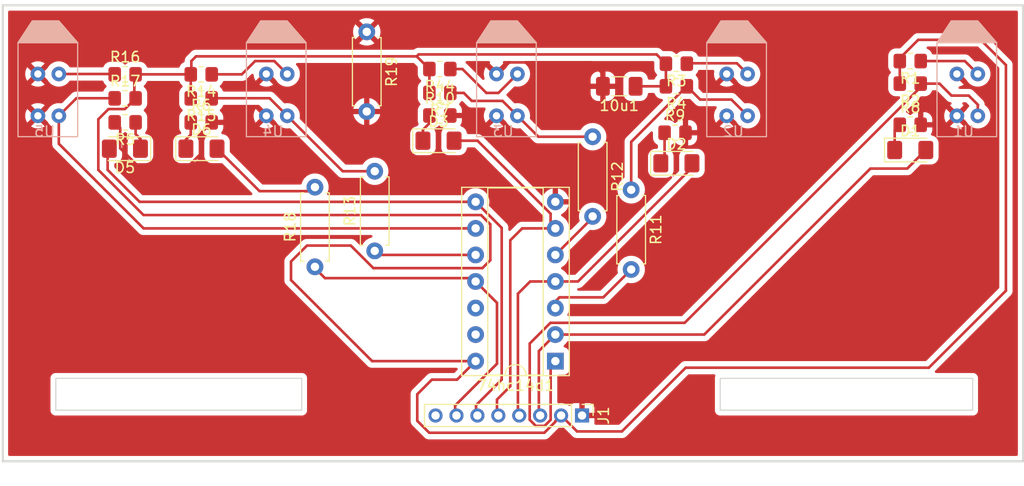
<source format=kicad_pcb>
(kicad_pcb (version 20211014) (generator pcbnew)
  (layers (0 "F.Cu" signal) (31 "B.Cu" signal) (34 "B.Paste" user) (35 "F.Paste" user) (36 "B.SilkS" user "B.Silkscreen") (37 "F.SilkS" user "F.Silkscreen") (38 "B.Mask" user) (39 "F.Mask" user) (44 "Edge.Cuts" user))
  (net 0 "")
  (net 1 "Net-(R1-Pad1)")
  (net 2 "GND")
  (net 3 "Net-(74hc14d1-Pad1)")
  (net 4 "Net-(R3-Pad1)")
  (net 5 "Net-(74hc14d1-Pad3)")
  (net 6 "Net-(74hc14d1-Pad5)")
  (net 7 "Net-(R14-Pad1)")
  (net 8 "Net-(R16-Pad1)")
  (net 9 "Net-(R4-Pad1)")
  (net 11 "VCC")
  (net 12 "Net-(D5-Pad1)")
  (net 13 "Net-(D1-Pad1)")
  (net 14 "Net-(D2-Pad1)")
  (net 15 "Net-(D3-Pad1)")
  (net 17 "Net-(D6-Pad1)")
  (net 18 "/pin8")
  (net 19 "Net-(74hc14d1-Pad2)")
  (net 20 "Net-(74hc14d1-Pad4)")
  (net 21 "Net-(74hc14d1-Pad6)")
  (net 22 "Net-(74hc14d1-Pad8)")
  (net 23 "Net-(R7-Pad1)")
  (net 24 "Net-(R44-Pad1)")
  (net 26 "Net-(R15-Pad1)")
  (net 27 "Net-(R17-Pad1)")
  (net 28 "Net-(74hc14d1-Pad10)")
  (net 29 "Net-(74hc14d1-Pad11)")
  (footprint "Resistor_SMD:R_0805_2012Metric_Pad1.20x1.40mm_HandSolder" (layer "F.Cu") (at 192.405 80.264 180)
    (fp_text reference "R1" (at 0 -1.65) (layer "F.SilkS"))
    (fp_text value "221")
    (fp_line (start -0.227064 0.735) (end 0.227064 0.735) (layer "F.SilkS") (width 0.12))
    (fp_line (start -0.227064 -0.735) (end 0.227064 -0.735) (layer "F.SilkS") (width 0.12))
    (pad "1" smd roundrect (at -1 0 180) (size 1.2 1.4) (layers "F.Cu" "F.Paste" "F.Mask") (roundrect_rratio 0.208333) (net 1 "Net-(R1-Pad1)"))
    (pad "2" smd roundrect (at 1 0 180) (size 1.2 1.4) (layers "F.Cu" "F.Paste" "F.Mask") (roundrect_rratio 0.208333) (net 11 "VCC"))
  )
  (footprint "Resistor_THT:R_Axial_DIN0207_L6.3mm_D2.5mm_P7.62mm_Horizontal" (layer "F.Cu") (at 162.052 87.503 -90)
    (fp_text reference "R12" (at 3.81 -2.37 90) (layer "F.SilkS"))
    (fp_text value "0")
    (fp_line (start 0.54 -1.04) (end 0.54 -1.37) (layer "F.SilkS") (width 0.12))
    (fp_line (start 0.54 -1.37) (end 7.08 -1.37) (layer "F.SilkS") (width 0.12))
    (fp_line (start 7.08 -1.37) (end 7.08 -1.04) (layer "F.SilkS") (width 0.12))
    (fp_line (start 0.54 1.37) (end 7.08 1.37) (layer "F.SilkS") (width 0.12))
    (fp_line (start 0.54 1.04) (end 0.54 1.37) (layer "F.SilkS") (width 0.12))
    (fp_line (start 7.08 1.37) (end 7.08 1.04) (layer "F.SilkS") (width 0.12))
    (pad "1" thru_hole circle (at 0 0 270) (size 1.6 1.6) (drill 0.8) (layers *.Cu *.Mask) (net 23 "Net-(R7-Pad1)"))
    (pad "2" thru_hole oval (at 7.62 0 270) (size 1.6 1.6) (drill 0.8) (layers *.Cu *.Mask) (net 6 "Net-(74hc14d1-Pad5)"))
  )
  (footprint "LED_SMD:LED_1206_3216Metric_Pad1.42x1.75mm_HandSolder" (layer "F.Cu") (at 147.32 87.884)
    (fp_text reference "D3" (at 0 -1.82) (layer "F.SilkS"))
    (fp_text value "LED")
    (fp_line (start 1.6 -1.135) (end -2.46 -1.135) (layer "F.SilkS") (width 0.12))
    (fp_line (start -2.46 1.135) (end 1.6 1.135) (layer "F.SilkS") (width 0.12))
    (fp_line (start -2.46 -1.135) (end -2.46 1.135) (layer "F.SilkS") (width 0.12))
    (pad "1" smd roundrect (at -1.4875 0) (size 1.425 1.75) (layers "F.Cu" "F.Paste" "F.Mask") (roundrect_rratio 0.175439) (net 15 "Net-(D3-Pad1)"))
    (pad "2" smd roundrect (at 1.4875 0) (size 1.425 1.75) (layers "F.Cu" "F.Paste" "F.Mask") (roundrect_rratio 0.175439) (net 21 "Net-(74hc14d1-Pad6)"))
  )
  (footprint "Resistor_THT:R_Axial_DIN0207_L6.3mm_D2.5mm_P7.62mm_Horizontal" (layer "F.Cu") (at 140.462 77.47 -90)
    (fp_text reference "R19" (at 3.81 -2.37 90) (layer "F.SilkS"))
    (fp_text value "0")
    (fp_line (start 0.54 1.04) (end 0.54 1.37) (layer "F.SilkS") (width 0.12))
    (fp_line (start 7.08 1.37) (end 7.08 1.04) (layer "F.SilkS") (width 0.12))
    (fp_line (start 0.54 -1.37) (end 7.08 -1.37) (layer "F.SilkS") (width 0.12))
    (fp_line (start 0.54 -1.04) (end 0.54 -1.37) (layer "F.SilkS") (width 0.12))
    (fp_line (start 7.08 -1.37) (end 7.08 -1.04) (layer "F.SilkS") (width 0.12))
    (fp_line (start 0.54 1.37) (end 7.08 1.37) (layer "F.SilkS") (width 0.12))
    (pad "1" thru_hole circle (at 0 0 270) (size 1.6 1.6) (drill 0.8) (layers *.Cu *.Mask) (net 2 "GND"))
    (pad "2" thru_hole oval (at 7.62 0 270) (size 1.6 1.6) (drill 0.8) (layers *.Cu *.Mask) (net 2 "GND"))
  )
  (footprint "Resistor_SMD:R_0805_2012Metric_Pad1.20x1.40mm_HandSolder" (layer "F.Cu") (at 192.405 86.36)
    (fp_text reference "R8" (at 0 -1.65) (layer "F.SilkS"))
    (fp_text value "102")
    (fp_line (start -0.227064 -0.735) (end 0.227064 -0.735) (layer "F.SilkS") (width 0.12))
    (fp_line (start -0.227064 0.735) (end 0.227064 0.735) (layer "F.SilkS") (width 0.12))
    (pad "1" smd roundrect (at -1 0) (size 1.2 1.4) (layers "F.Cu" "F.Paste" "F.Mask") (roundrect_rratio 0.208333) (net 13 "Net-(D1-Pad1)"))
    (pad "2" smd roundrect (at 1 0) (size 1.2 1.4) (layers "F.Cu" "F.Paste" "F.Mask") (roundrect_rratio 0.208333) (net 2 "GND"))
  )
  (footprint "Capacitor_SMD:C_1206_3216Metric_Pad1.33x1.80mm_HandSolder" (layer "F.Cu") (at 164.592 82.677 180)
    (fp_text reference "10u1" (at 0 -1.85) (layer "F.SilkS"))
    (fp_text value "CAP")
    (fp_line (start -0.711252 0.91) (end 0.711252 0.91) (layer "F.SilkS") (width 0.12))
    (fp_line (start -0.711252 -0.91) (end 0.711252 -0.91) (layer "F.SilkS") (width 0.12))
    (pad "1" smd roundrect (at -1.5625 0 180) (size 1.325 1.8) (layers "F.Cu" "F.Paste" "F.Mask") (roundrect_rratio 0.188679) (net 11 "VCC"))
    (pad "2" smd roundrect (at 1.5625 0 180) (size 1.325 1.8) (layers "F.Cu" "F.Paste" "F.Mask") (roundrect_rratio 0.188679) (net 2 "GND"))
  )
  (footprint "Resistor_SMD:R_0805_2012Metric_Pad1.20x1.40mm_HandSolder" (layer "F.Cu") (at 124.642332 86.128666)
    (fp_text reference "R6" (at 0 -1.65) (layer "F.SilkS"))
    (fp_text value "102")
    (fp_line (start -0.227064 0.735) (end 0.227064 0.735) (layer "F.SilkS") (width 0.12))
    (fp_line (start -0.227064 -0.735) (end 0.227064 -0.735) (layer "F.SilkS") (width 0.12))
    (pad "1" smd roundrect (at -1 0) (size 1.2 1.4) (layers "F.Cu" "F.Paste" "F.Mask") (roundrect_rratio 0.208333) (net 17 "Net-(D6-Pad1)"))
    (pad "2" smd roundrect (at 1 0) (size 1.2 1.4) (layers "F.Cu" "F.Paste" "F.Mask") (roundrect_rratio 0.208333) (net 2 "GND"))
  )
  (footprint "Resistor_SMD:R_0805_2012Metric_Pad1.20x1.40mm_HandSolder" (layer "F.Cu") (at 192.405 82.423 180)
    (fp_text reference "R2" (at 0 -1.65) (layer "F.SilkS"))
    (fp_text value "103")
    (fp_line (start -0.227064 0.735) (end 0.227064 0.735) (layer "F.SilkS") (width 0.12))
    (fp_line (start -0.227064 -0.735) (end 0.227064 -0.735) (layer "F.SilkS") (width 0.12))
    (pad "1" smd roundrect (at -1 0 180) (size 1.2 1.4) (layers "F.Cu" "F.Paste" "F.Mask") (roundrect_rratio 0.208333) (net 3 "Net-(74hc14d1-Pad1)"))
    (pad "2" smd roundrect (at 1 0 180) (size 1.2 1.4) (layers "F.Cu" "F.Paste" "F.Mask") (roundrect_rratio 0.208333) (net 11 "VCC"))
  )
  (footprint "Resistor_SMD:R_0805_2012Metric_Pad1.20x1.40mm_HandSolder" (layer "F.Cu") (at 170.053 82.677 180)
    (fp_text reference "R4" (at 0 -1.65) (layer "F.SilkS"))
    (fp_text value "103")
    (fp_line (start -0.227064 -0.735) (end 0.227064 -0.735) (layer "F.SilkS") (width 0.12))
    (fp_line (start -0.227064 0.735) (end 0.227064 0.735) (layer "F.SilkS") (width 0.12))
    (pad "1" smd roundrect (at -1 0 180) (size 1.2 1.4) (layers "F.Cu" "F.Paste" "F.Mask") (roundrect_rratio 0.208333) (net 9 "Net-(R4-Pad1)"))
    (pad "2" smd roundrect (at 1 0 180) (size 1.2 1.4) (layers "F.Cu" "F.Paste" "F.Mask") (roundrect_rratio 0.208333) (net 11 "VCC"))
  )
  (footprint "Resistor_SMD:R_0805_2012Metric_Pad1.20x1.40mm_HandSolder" (layer "F.Cu") (at 117.3705 83.831333)
    (fp_text reference "R17" (at 0 -1.65) (layer "F.SilkS"))
    (fp_text value "103")
    (fp_line (start -0.227064 0.735) (end 0.227064 0.735) (layer "F.SilkS") (width 0.12))
    (fp_line (start -0.227064 -0.735) (end 0.227064 -0.735) (layer "F.SilkS") (width 0.12))
    (pad "1" smd roundrect (at -1 0) (size 1.2 1.4) (layers "F.Cu" "F.Paste" "F.Mask") (roundrect_rratio 0.208333) (net 27 "Net-(R17-Pad1)"))
    (pad "2" smd roundrect (at 1 0) (size 1.2 1.4) (layers "F.Cu" "F.Paste" "F.Mask") (roundrect_rratio 0.208333) (net 11 "VCC"))
  )
  (footprint "LED_SMD:LED_1206_3216Metric_Pad1.42x1.75mm_HandSolder" (layer "F.Cu") (at 117.348 88.646 180)
    (fp_text reference "D5" (at 0 -1.82) (layer "F.SilkS"))
    (fp_text value "LED")
    (fp_line (start 1.6 -1.135) (end -2.46 -1.135) (layer "F.SilkS") (width 0.12))
    (fp_line (start -2.46 -1.135) (end -2.46 1.135) (layer "F.SilkS") (width 0.12))
    (fp_line (start -2.46 1.135) (end 1.6 1.135) (layer "F.SilkS") (width 0.12))
    (pad "1" smd roundrect (at -1.4875 0 180) (size 1.425 1.75) (layers "F.Cu" "F.Paste" "F.Mask") (roundrect_rratio 0.175439) (net 12 "Net-(D5-Pad1)"))
    (pad "2" smd roundrect (at 1.4875 0 180) (size 1.425 1.75) (layers "F.Cu" "F.Paste" "F.Mask") (roundrect_rratio 0.175439) (net 22 "Net-(74hc14d1-Pad8)"))
  )
  (footprint "Resistor_SMD:R_0805_2012Metric_Pad1.20x1.40mm_HandSolder" (layer "F.Cu") (at 147.447 85.471)
    (fp_text reference "R10" (at 0 -1.65) (layer "F.SilkS"))
    (fp_text value "102")
    (fp_line (start -0.227064 0.735) (end 0.227064 0.735) (layer "F.SilkS") (width 0.12))
    (fp_line (start -0.227064 -0.735) (end 0.227064 -0.735) (layer "F.SilkS") (width 0.12))
    (pad "1" smd roundrect (at -1 0) (size 1.2 1.4) (layers "F.Cu" "F.Paste" "F.Mask") (roundrect_rratio 0.208333) (net 15 "Net-(D3-Pad1)"))
    (pad "2" smd roundrect (at 1 0) (size 1.2 1.4) (layers "F.Cu" "F.Paste" "F.Mask") (roundrect_rratio 0.208333) (net 2 "GND"))
  )
  (footprint "Resistor_SMD:R_0805_2012Metric_Pad1.20x1.40mm_HandSolder" (layer "F.Cu") (at 124.642332 81.534 180)
    (fp_text reference "R14" (at 0 -1.65) (layer "F.SilkS"))
    (fp_text value "221")
    (fp_line (start -0.227064 0.735) (end 0.227064 0.735) (layer "F.SilkS") (width 0.12))
    (fp_line (start -0.227064 -0.735) (end 0.227064 -0.735) (layer "F.SilkS") (width 0.12))
    (pad "1" smd roundrect (at -1 0 180) (size 1.2 1.4) (layers "F.Cu" "F.Paste" "F.Mask") (roundrect_rratio 0.208333) (net 7 "Net-(R14-Pad1)"))
    (pad "2" smd roundrect (at 1 0 180) (size 1.2 1.4) (layers "F.Cu" "F.Paste" "F.Mask") (roundrect_rratio 0.208333) (net 11 "VCC"))
  )
  (footprint "LED_SMD:LED_1206_3216Metric_Pad1.42x1.75mm_HandSolder" (layer "F.Cu") (at 170.053 90.043)
    (fp_text reference "D2" (at 0 -1.82) (layer "F.SilkS"))
    (fp_text value "LED")
    (fp_line (start -2.46 1.135) (end 1.6 1.135) (layer "F.SilkS") (width 0.12))
    (fp_line (start -2.46 -1.135) (end -2.46 1.135) (layer "F.SilkS") (width 0.12))
    (fp_line (start 1.6 -1.135) (end -2.46 -1.135) (layer "F.SilkS") (width 0.12))
    (pad "1" smd roundrect (at -1.4875 0) (size 1.425 1.75) (layers "F.Cu" "F.Paste" "F.Mask") (roundrect_rratio 0.175439) (net 14 "Net-(D2-Pad1)"))
    (pad "2" smd roundrect (at 1.4875 0) (size 1.425 1.75) (layers "F.Cu" "F.Paste" "F.Mask") (roundrect_rratio 0.175439) (net 20 "Net-(74hc14d1-Pad4)"))
  )
  (footprint "Resistor_SMD:R_0805_2012Metric_Pad1.20x1.40mm_HandSolder" (layer "F.Cu") (at 147.447 83.312 180)
    (fp_text reference "R7" (at 0 -1.65) (layer "F.SilkS"))
    (fp_text value "103")
    (fp_line (start -0.227064 0.735) (end 0.227064 0.735) (layer "F.SilkS") (width 0.12))
    (fp_line (start -0.227064 -0.735) (end 0.227064 -0.735) (layer "F.SilkS") (width 0.12))
    (pad "1" smd roundrect (at -1 0 180) (size 1.2 1.4) (layers "F.Cu" "F.Paste" "F.Mask") (roundrect_rratio 0.208333) (net 23 "Net-(R7-Pad1)"))
    (pad "2" smd roundrect (at 1 0 180) (size 1.2 1.4) (layers "F.Cu" "F.Paste" "F.Mask") (roundrect_rratio 0.208333) (net 11 "VCC"))
  )
  (footprint "Connector_PinHeader_2.00mm:PinHeader_1x08_P2.00mm_Vertical" (layer "F.Cu") (at 161.036 114.173 -90)
    (fp_text reference "J1" (at 0 -2.06 90) (layer "F.SilkS"))
    (fp_text value "Conn_01x08_Male")
    (fp_line (start -1.06 15.06) (end 1.06 15.06) (layer "F.SilkS") (width 0.12))
    (fp_line (start -1.06 1) (end 1.06 1) (layer "F.SilkS") (width 0.12))
    (fp_line (start -1.06 -1.06) (end 0 -1.06) (layer "F.SilkS") (width 0.12))
    (fp_line (start -1.06 0) (end -1.06 -1.06) (layer "F.SilkS") (width 0.12))
    (fp_line (start 1.06 1) (end 1.06 15.06) (layer "F.SilkS") (width 0.12))
    (fp_line (start -1.06 1) (end -1.06 15.06) (layer "F.SilkS") (width 0.12))
    (pad "1" thru_hole rect (at 0 0 270) (size 1.35 1.35) (drill 0.8) (layers *.Cu *.Mask) (net 2 "GND"))
    (pad "2" thru_hole oval (at 0 2 270) (size 1.35 1.35) (drill 0.8) (layers *.Cu *.Mask) (net 11 "VCC"))
    (pad "3" thru_hole oval (at 0 4 270) (size 1.35 1.35) (drill 0.8) (layers *.Cu *.Mask) (net 19 "Net-(74hc14d1-Pad2)"))
    (pad "4" thru_hole oval (at 0 6 270) (size 1.35 1.35) (drill 0.8) (layers *.Cu *.Mask) (net 20 "Net-(74hc14d1-Pad4)"))
    (pad "5" thru_hole oval (at 0 8 270) (size 1.35 1.35) (drill 0.8) (layers *.Cu *.Mask) (net 21 "Net-(74hc14d1-Pad6)"))
    (pad "6" thru_hole oval (at 0 10 270) (size 1.35 1.35) (drill 0.8) (layers *.Cu *.Mask) (net 22 "Net-(74hc14d1-Pad8)"))
    (pad "7" thru_hole oval (at 0 12 270) (size 1.35 1.35) (drill 0.8) (layers *.Cu *.Mask) (net 18 "/pin8"))
    (pad "8" thru_hole oval (at 0 14 270) (size 1.35 1.35) (drill 0.8) (layers *.Cu *.Mask))
  )
  (footprint "Resistor_SMD:R_0805_2012Metric_Pad1.20x1.40mm_HandSolder" (layer "F.Cu") (at 117.3705 81.534)
    (fp_text reference "R16" (at 0 -1.65) (layer "F.SilkS"))
    (fp_text value "221")
    (fp_line (start -0.227064 -0.735) (end 0.227064 -0.735) (layer "F.SilkS") (width 0.12))
    (fp_line (start -0.227064 0.735) (end 0.227064 0.735) (layer "F.SilkS") (width 0.12))
    (pad "1" smd roundrect (at -1 0) (size 1.2 1.4) (layers "F.Cu" "F.Paste" "F.Mask") (roundrect_rratio 0.208333) (net 8 "Net-(R16-Pad1)"))
    (pad "2" smd roundrect (at 1 0) (size 1.2 1.4) (layers "F.Cu" "F.Paste" "F.Mask") (roundrect_rratio 0.208333) (net 11 "VCC"))
  )
  (footprint "LED_SMD:LED_1206_3216Metric_Pad1.42x1.75mm_HandSolder" (layer "F.Cu") (at 124.664832 88.646)
    (fp_text reference "D6" (at 0 -1.82) (layer "F.SilkS"))
    (fp_text value "LED")
    (fp_line (start 1.6 -1.135) (end -2.46 -1.135) (layer "F.SilkS") (width 0.12))
    (fp_line (start -2.46 -1.135) (end -2.46 1.135) (layer "F.SilkS") (width 0.12))
    (fp_line (start -2.46 1.135) (end 1.6 1.135) (layer "F.SilkS") (width 0.12))
    (pad "1" smd roundrect (at -1.4875 0) (size 1.425 1.75) (layers "F.Cu" "F.Paste" "F.Mask") (roundrect_rratio 0.175439) (net 17 "Net-(D6-Pad1)"))
    (pad "2" smd roundrect (at 1.4875 0) (size 1.425 1.75) (layers "F.Cu" "F.Paste" "F.Mask") (roundrect_rratio 0.175439) (net 18 "/pin8"))
  )
  (footprint "Resistor_SMD:R_0805_2012Metric_Pad1.20x1.40mm_HandSolder" (layer "F.Cu") (at 124.642332 83.831333 180)
    (fp_text reference "R15" (at 0 -1.65) (layer "F.SilkS"))
    (fp_text value "103")
    (fp_line (start -0.227064 -0.735) (end 0.227064 -0.735) (layer "F.SilkS") (width 0.12))
    (fp_line (start -0.227064 0.735) (end 0.227064 0.735) (layer "F.SilkS") (width 0.12))
    (pad "1" smd roundrect (at -1 0 180) (size 1.2 1.4) (layers "F.Cu" "F.Paste" "F.Mask") (roundrect_rratio 0.208333) (net 26 "Net-(R15-Pad1)"))
    (pad "2" smd roundrect (at 1 0 180) (size 1.2 1.4) (layers "F.Cu" "F.Paste" "F.Mask") (roundrect_rratio 0.208333) (net 11 "VCC"))
  )
  (footprint "Package_DIP:DIP-14_W7.62mm_Socket" (layer "F.Cu") (at 158.486 108.971 180)
    (fp_text reference "74hc14d1" (at 3.81 -2.33) (layer "F.SilkS"))
    (fp_text value "A_14-LC-TT")
    (fp_line (start 1.16 -1.33) (end 1.16 16.57) (layer "F.SilkS") (width 0.12))
    (fp_line (start 6.46 -1.33) (end 4.81 -1.33) (layer "F.SilkS") (width 0.12))
    (fp_line (start 6.46 16.57) (end 6.46 -1.33) (layer "F.SilkS") (width 0.12))
    (fp_line (start -1.33 -1.39) (end -1.33 16.63) (layer "F.SilkS") (width 0.12))
    (fp_line (start 2.81 -1.33) (end 1.16 -1.33) (layer "F.SilkS") (width 0.12))
    (fp_line (start 8.95 -1.39) (end -1.33 -1.39) (layer "F.SilkS") (width 0.12))
    (fp_line (start 8.95 16.63) (end 8.95 -1.39) (layer "F.SilkS") (width 0.12))
    (fp_line (start 1.16 16.57) (end 6.46 16.57) (layer "F.SilkS") (width 0.12))
    (fp_line (start -1.33 16.63) (end 8.95 16.63) (layer "F.SilkS") (width 0.12))
    (fp_arc (start 4.81 -1.33) (mid 3.81 -0.33) (end 2.81 -1.33) (layer "F.SilkS") (width 0.12))
    (pad "1" thru_hole rect (at 0 0 180) (size 1.6 1.6) (drill 0.8) (layers *.Cu *.Mask) (net 3 "Net-(74hc14d1-Pad1)"))
    (pad "2" thru_hole oval (at 0 2.54 180) (size 1.6 1.6) (drill 0.8) (layers *.Cu *.Mask) (net 19 "Net-(74hc14d1-Pad2)"))
    (pad "3" thru_hole oval (at 0 5.08 180) (size 1.6 1.6) (drill 0.8) (layers *.Cu *.Mask) (net 5 "Net-(74hc14d1-Pad3)"))
    (pad "4" thru_hole oval (at 0 7.62 180) (size 1.6 1.6) (drill 0.8) (layers *.Cu *.Mask) (net 20 "Net-(74hc14d1-Pad4)"))
    (pad "5" thru_hole oval (at 0 10.16 180) (size 1.6 1.6) (drill 0.8) (layers *.Cu *.Mask) (net 6 "Net-(74hc14d1-Pad5)"))
    (pad "6" thru_hole oval (at 0 12.7 180) (size 1.6 1.6) (drill 0.8) (layers *.Cu *.Mask) (net 21 "Net-(74hc14d1-Pad6)"))
    (pad "7" thru_hole oval (at 0 15.24 180) (size 1.6 1.6) (drill 0.8) (layers *.Cu *.Mask) (net 2 "GND"))
    (pad "8" thru_hole oval (at 7.62 15.24 180) (size 1.6 1.6) (drill 0.8) (layers *.Cu *.Mask) (net 22 "Net-(74hc14d1-Pad8)"))
    (pad "9" thru_hole oval (at 7.62 12.7 180) (size 1.6 1.6) (drill 0.8) (layers *.Cu *.Mask) (net 27 "Net-(R17-Pad1)"))
    (pad "10" thru_hole oval (at 7.62 10.16 180) (size 1.6 1.6) (drill 0.8) (layers *.Cu *.Mask) (net 28 "Net-(74hc14d1-Pad10)"))
    (pad "11" thru_hole oval (at 7.62 7.62 180) (size 1.6 1.6) (drill 0.8) (layers *.Cu *.Mask) (net 29 "Net-(74hc14d1-Pad11)"))
    (pad "12" thru_hole oval (at 7.62 5.08 180) (size 1.6 1.6) (drill 0.8) (layers *.Cu *.Mask))
    (pad "13" thru_hole oval (at 7.62 2.54 180) (size 1.6 1.6) (drill 0.8) (layers *.Cu *.Mask))
    (pad "14" thru_hole oval (at 7.62 0 180) (size 1.6 1.6) (drill 0.8) (layers *.Cu *.Mask) (net 11 "VCC"))
  )
  (footprint "Resistor_THT:R_Axial_DIN0207_L6.3mm_D2.5mm_P7.62mm_Horizontal" (layer "F.Cu") (at 141.224 98.425 90)
    (fp_text reference "R13" (at 3.81 -2.37 90) (layer "F.SilkS"))
    (fp_text value "0")
    (fp_line (start 0.54 -1.37) (end 7.08 -1.37) (layer "F.SilkS") (width 0.12))
    (fp_line (start 0.54 1.37) (end 7.08 1.37) (layer "F.SilkS") (width 0.12))
    (fp_line (start 0.54 -1.04) (end 0.54 -1.37) (layer "F.SilkS") (width 0.12))
    (fp_line (start 0.54 1.04) (end 0.54 1.37) (layer "F.SilkS") (width 0.12))
    (fp_line (start 7.08 -1.37) (end 7.08 -1.04) (layer "F.SilkS") (width 0.12))
    (fp_line (start 7.08 1.37) (end 7.08 1.04) (layer "F.SilkS") (width 0.12))
    (pad "1" thru_hole circle (at 0 0 90) (size 1.6 1.6) (drill 0.8) (layers *.Cu *.Mask) (net 28 "Net-(74hc14d1-Pad10)"))
    (pad "2" thru_hole oval (at 7.62 0 90) (size 1.6 1.6) (drill 0.8) (layers *.Cu *.Mask) (net 26 "Net-(R15-Pad1)"))
  )
  (footprint "Resistor_SMD:R_0805_2012Metric_Pad1.20x1.40mm_HandSolder" (layer "F.Cu") (at 147.447 81.026 180)
    (fp_text reference "R44" (at 0 -1.65) (layer "F.SilkS"))
    (fp_text value "221")
    (fp_line (start -0.227064 -0.735) (end 0.227064 -0.735) (layer "F.SilkS") (width 0.12))
    (fp_line (start -0.227064 0.735) (end 0.227064 0.735) (layer "F.SilkS") (width 0.12))
    (pad "1" smd roundrect (at -1 0 180) (size 1.2 1.4) (layers "F.Cu" "F.Paste" "F.Mask") (roundrect_rratio 0.208333) (net 24 "Net-(R44-Pad1)"))
    (pad "2" smd roundrect (at 1 0 180) (size 1.2 1.4) (layers "F.Cu" "F.Paste" "F.Mask") (roundrect_rratio 0.208333) (net 11 "VCC"))
  )
  (footprint "Resistor_SMD:R_0805_2012Metric_Pad1.20x1.40mm_HandSolder" (layer "F.Cu") (at 117.3705 86.128666 180)
    (fp_text reference "R5" (at 0 -1.65) (layer "F.SilkS"))
    (fp_text value "102")
    (fp_line (start -0.227064 -0.735) (end 0.227064 -0.735) (layer "F.SilkS") (width 0.12))
    (fp_line (start -0.227064 0.735) (end 0.227064 0.735) (layer "F.SilkS") (width 0.12))
    (pad "1" smd roundrect (at -1 0 180) (size 1.2 1.4) (layers "F.Cu" "F.Paste" "F.Mask") (roundrect_rratio 0.208333) (net 12 "Net-(D5-Pad1)"))
    (pad "2" smd roundrect (at 1 0 180) (size 1.2 1.4) (layers "F.Cu" "F.Paste" "F.Mask") (roundrect_rratio 0.208333) (net 2 "GND"))
  )
  (footprint "Resistor_THT:R_Axial_DIN0207_L6.3mm_D2.5mm_P7.62mm_Horizontal" (layer "F.Cu") (at 135.509 99.949 90)
    (fp_text reference "R18" (at 3.81 -2.37 90) (layer "F.SilkS"))
    (fp_text value "0")
    (fp_line (start 0.54 1.04) (end 0.54 1.37) (layer "F.SilkS") (width 0.12))
    (fp_line (start 7.08 1.37) (end 7.08 1.04) (layer "F.SilkS") (width 0.12))
    (fp_line (start 0.54 -1.37) (end 7.08 -1.37) (layer "F.SilkS") (width 0.12))
    (fp_line (start 7.08 -1.37) (end 7.08 -1.04) (layer "F.SilkS") (width 0.12))
    (fp_line (start 0.54 1.37) (end 7.08 1.37) (layer "F.SilkS") (width 0.12))
    (fp_line (start 0.54 -1.04) (end 0.54 -1.37) (layer "F.SilkS") (width 0.12))
    (pad "1" thru_hole circle (at 0 0 90) (size 1.6 1.6) (drill 0.8) (layers *.Cu *.Mask) (net 29 "Net-(74hc14d1-Pad11)"))
    (pad "2" thru_hole oval (at 7.62 0 90) (size 1.6 1.6) (drill 0.8) (layers *.Cu *.Mask) (net 18 "/pin8"))
  )
  (footprint "Resistor_THT:R_Axial_DIN0207_L6.3mm_D2.5mm_P7.62mm_Horizontal" (layer "F.Cu") (at 165.735 92.583 -90)
    (fp_text reference "R11" (at 3.81 -2.37 90) (layer "F.SilkS"))
    (fp_text value "0")
    (fp_line (start 0.54 -1.37) (end 7.08 -1.37) (layer "F.SilkS") (width 0.12))
    (fp_line (start 0.54 1.04) (end 0.54 1.37) (layer "F.SilkS") (width 0.12))
    (fp_line (start 0.54 1.37) (end 7.08 1.37) (layer "F.SilkS") (width 0.12))
    (fp_line (start 0.54 -1.04) (end 0.54 -1.37) (layer "F.SilkS") (width 0.12))
    (fp_line (start 7.08 1.37) (end 7.08 1.04) (layer "F.SilkS") (width 0.12))
    (fp_line (start 7.08 -1.37) (end 7.08 -1.04) (layer "F.SilkS") (width 0.12))
    (pad "1" thru_hole circle (at 0 0 270) (size 1.6 1.6) (drill 0.8) (layers *.Cu *.Mask) (net 9 "Net-(R4-Pad1)"))
    (pad "2" thru_hole oval (at 7.62 0 270) (size 1.6 1.6) (drill 0.8) (layers *.Cu *.Mask) (net 5 "Net-(74hc14d1-Pad3)"))
  )
  (footprint "LED_SMD:LED_1206_3216Metric_Pad1.42x1.75mm_HandSolder" (layer "F.Cu") (at 192.405 88.773)
    (fp_text reference "D1" (at 0 -1.82) (layer "F.SilkS"))
    (fp_text value "LED")
    (fp_line (start 1.6 -1.135) (end -2.46 -1.135) (layer "F.SilkS") (width 0.12))
    (fp_line (start -2.46 -1.135) (end -2.46 1.135) (layer "F.SilkS") (width 0.12))
    (fp_line (start -2.46 1.135) (end 1.6 1.135) (layer "F.SilkS") (width 0.12))
    (pad "1" smd roundrect (at -1.4875 0) (size 1.425 1.75) (layers "F.Cu" "F.Paste" "F.Mask") (roundrect_rratio 0.175439) (net 13 "Net-(D1-Pad1)"))
    (pad "2" smd roundrect (at 1.4875 0) (size 1.425 1.75) (layers "F.Cu" "F.Paste" "F.Mask") (roundrect_rratio 0.175439) (net 19 "Net-(74hc14d1-Pad2)"))
  )
  (footprint "Resistor_SMD:R_0805_2012Metric_Pad1.20x1.40mm_HandSolder" (layer "F.Cu") (at 170.053 80.518 180)
    (fp_text reference "R3" (at 0 -1.65) (layer "F.SilkS"))
    (fp_text value "221")
    (fp_line (start -0.227064 0.735) (end 0.227064 0.735) (layer "F.SilkS") (width 0.12))
    (fp_line (start -0.227064 -0.735) (end 0.227064 -0.735) (layer "F.SilkS") (width 0.12))
    (pad "1" smd roundrect (at -1 0 180) (size 1.2 1.4) (layers "F.Cu" "F.Paste" "F.Mask") (roundrect_rratio 0.208333) (net 4 "Net-(R3-Pad1)"))
    (pad "2" smd roundrect (at 1 0 180) (size 1.2 1.4) (layers "F.Cu" "F.Paste" "F.Mask") (roundrect_rratio 0.208333) (net 11 "VCC"))
  )
  (footprint "Resistor_SMD:R_0805_2012Metric_Pad1.20x1.40mm_HandSolder" (layer "F.Cu") (at 169.926 87.122)
    (fp_text reference "R9" (at 0 -1.65) (layer "F.SilkS"))
    (fp_text value "102")
    (fp_line (start -0.227064 -0.735) (end 0.227064 -0.735) (layer "F.SilkS") (width 0.12))
    (fp_line (start -0.227064 0.735) (end 0.227064 0.735) (layer "F.SilkS") (width 0.12))
    (pad "1" smd roundrect (at -1 0) (size 1.2 1.4) (layers "F.Cu" "F.Paste" "F.Mask") (roundrect_rratio 0.208333) (net 14 "Net-(D2-Pad1)"))
    (pad "2" smd roundrect (at 1 0) (size 1.2 1.4) (layers "F.Cu" "F.Paste" "F.Mask") (roundrect_rratio 0.208333) (net 2 "GND"))
  )
  (footprint "sensor:tcrt5000" (layer "B.Cu") (at 197.5 87.5 180)
    (fp_text reference "U1" (at 0 0.5 unlocked) (layer "B.SilkS") (effects (justify mirror)))
    (fp_text value "TCMT4106")
    (fp_rect (start 2.54 0) (end -3.16 9) (layer "B.SilkS") (width 0.12) (fill none))
    (fp_poly (pts (xy 2.54 9) (xy -3.16 9) (xy -1.36 11.08) (xy 1.18 11.08)) (layer "B.SilkS") (width 0.12) (fill solid))
    (pad "1" thru_hole circle (at -1.36 6 180) (size 1.4 1.4) (drill 0.7) (layers *.Mask "F.Cu" "In1.Cu" "B.Cu") (net 1 "Net-(R1-Pad1)"))
    (pad "2" thru_hole circle (at 0.64 6 180) (size 1.4 1.4) (drill 0.7) (layers *.Mask "F.Cu" "In1.Cu" "B.Cu") (net 2 "GND"))
    (pad "15" thru_hole circle (at 0.64 2 180) (size 1.4 1.4) (drill 0.7) (layers *.Mask "F.Cu" "In1.Cu" "B.Cu") (net 2 "GND"))
    (pad "16" thru_hole circle (at -1.36 2 180) (size 1.4 1.4) (drill 0.7) (layers *.Mask "F.Cu" "In1.Cu" "B.Cu") (net 3 "Net-(74hc14d1-Pad1)"))
  )
  (footprint "sensor:tcrt5000" (layer "B.Cu") (at 131.5 87.5 180)
    (fp_text reference "U4" (at 0 0.5 unlocked) (layer "B.SilkS") (effects (justify mirror)))
    (fp_text value "TCMT4106")
    (fp_rect (start 2.54 0) (end -3.16 9) (layer "B.SilkS") (width 0.12) (fill none))
    (fp_poly (pts (xy 2.54 9) (xy -3.16 9) (xy -1.36 11.08) (xy 1.18 11.08)) (layer "B.SilkS") (width 0.12) (fill solid))
    (pad "1" thru_hole circle (at -1.36 6 180) (size 1.4 1.4) (drill 0.7) (layers *.Mask "F.Cu" "In1.Cu" "B.Cu") (net 7 "Net-(R14-Pad1)"))
    (pad "2" thru_hole circle (at 0.64 6 180) (size 1.4 1.4) (drill 0.7) (layers *.Mask "F.Cu" "In1.Cu" "B.Cu") (net 2 "GND"))
    (pad "15" thru_hole circle (at 0.64 2 180) (size 1.4 1.4) (drill 0.7) (layers *.Mask "F.Cu" "In1.Cu" "B.Cu") (net 2 "GND"))
    (pad "16" thru_hole circle (at -1.36 2 180) (size 1.4 1.4) (drill 0.7) (layers *.Mask "F.Cu" "In1.Cu" "B.Cu") (net 26 "Net-(R15-Pad1)"))
  )
  (footprint "sensor:tcrt5000" (layer "B.Cu") (at 109.672 87.5 180)
    (fp_text reference "U5" (at 0 0.5 unlocked) (layer "B.SilkS") (effects (justify mirror)))
    (fp_text value "TCMT4106")
    (fp_rect (start 2.54 0) (end -3.16 9) (layer "B.SilkS") (width 0.12) (fill none))
    (fp_poly (pts (xy 2.54 9) (xy -3.16 9) (xy -1.36 11.08) (xy 1.18 11.08)) (layer "B.SilkS") (width 0.12) (fill solid))
    (pad "1" thru_hole circle (at -1.36 6 180) (size 1.4 1.4) (drill 0.7) (layers *.Mask "F.Cu" "In1.Cu" "B.Cu") (net 8 "Net-(R16-Pad1)"))
    (pad "2" thru_hole circle (at 0.64 6 180) (size 1.4 1.4) (drill 0.7) (layers *.Mask "F.Cu" "In1.Cu" "B.Cu") (net 2 "GND"))
    (pad "15" thru_hole circle (at 0.64 2 180) (size 1.4 1.4) (drill 0.7) (layers *.Mask "F.Cu" "In1.Cu" "B.Cu") (net 2 "GND"))
    (pad "16" thru_hole circle (at -1.36 2 180) (size 1.4 1.4) (drill 0.7) (layers *.Mask "F.Cu" "In1.Cu" "B.Cu") (net 27 "Net-(R17-Pad1)"))
  )
  (footprint "sensor:tcrt5000" (layer "B.Cu") (at 153.5 87.5 180)
    (fp_text reference "U3" (at 0 0.5 unlocked) (layer "B.SilkS") (effects (justify mirror)))
    (fp_text value "TCMT4106")
    (fp_rect (start 2.54 0) (end -3.16 9) (layer "B.SilkS") (width 0.12) (fill none))
    (fp_poly (pts (xy 2.54 9) (xy -3.16 9) (xy -1.36 11.08) (xy 1.18 11.08)) (layer "B.SilkS") (width 0.12) (fill solid))
    (pad "1" thru_hole circle (at -1.36 6 180) (size 1.4 1.4) (drill 0.7) (layers *.Mask "F.Cu" "In1.Cu" "B.Cu") (net 24 "Net-(R44-Pad1)"))
    (pad "2" thru_hole circle (at 0.64 6 180) (size 1.4 1.4) (drill 0.7) (layers *.Mask "F.Cu" "In1.Cu" "B.Cu") (net 2 "GND"))
    (pad "15" thru_hole circle (at 0.64 2 180) (size 1.4 1.4) (drill 0.7) (layers *.Mask "F.Cu" "In1.Cu" "B.Cu") (net 2 "GND"))
    (pad "16" thru_hole circle (at -1.36 2 180) (size 1.4 1.4) (drill 0.7) (layers *.Mask "F.Cu" "In1.Cu" "B.Cu") (net 23 "Net-(R7-Pad1)"))
  )
  (footprint "sensor:tcrt5000" (layer "B.Cu") (at 175.5 87.5 180)
    (fp_text reference "U2" (at 0 0.5 unlocked) (layer "B.SilkS") (effects (justify mirror)))
    (fp_text value "TCMT4106")
    (fp_rect (start 2.54 0) (end -3.16 9) (layer "B.SilkS") (width 0.12) (fill none))
    (fp_poly (pts (xy 2.54 9) (xy -3.16 9) (xy -1.36 11.08) (xy 1.18 11.08)) (layer "B.SilkS") (width 0.12) (fill solid))
    (pad "1" thru_hole circle (at -1.36 6 180) (size 1.4 1.4) (drill 0.7) (layers *.Mask "F.Cu" "In1.Cu" "B.Cu") (net 4 "Net-(R3-Pad1)"))
    (pad "2" thru_hole circle (at 0.64 6 180) (size 1.4 1.4) (drill 0.7) (layers *.Mask "F.Cu" "In1.Cu" "B.Cu") (net 2 "GND"))
    (pad "15" thru_hole circle (at 0.64 2 180) (size 1.4 1.4) (drill 0.7) (layers *.Mask "F.Cu" "In1.Cu" "B.Cu") (net 2 "GND"))
    (pad "16" thru_hole circle (at -1.36 2 180) (size 1.4 1.4) (drill 0.7) (layers *.Mask "F.Cu" "In1.Cu" "B.Cu") (net 9 "Net-(R4-Pad1)"))
  )
  (gr_rect (start 110.744 110.617) (end 134.245 113.665) (layer "Edge.Cuts") (width 0.1) (fill none))
  (gr_rect (start 203.2 74.93) (end 105.676 118.552) (layer "Edge.Cuts") (width 0.2) (fill none))
  (gr_rect (start 174.244 110.617) (end 198.374 113.665) (layer "Edge.Cuts") (width 0.1) (fill none))
  (segment (start 193.405 80.264) (end 197.624 80.264) (width 0.25) (layer "F.Cu") (net 1))
  (segment (start 197.624 80.264) (end 198.86 81.5) (width 0.25) (layer "F.Cu") (net 1))
  (segment (start 196.86 85.5) (end 196.86 85.08) (width 0.25) (layer "F.Cu") (net 2))
  (segment (start 161.925 80.391) (end 163.0295 81.4955) (width 0.25) (layer "F.Cu") (net 2))
  (segment (start 116.898 88.609172) (end 116.898 86.656166) (width 0.25) (layer "F.Cu") (net 2))
  (segment (start 116.898 86.656166) (end 116.3705 86.128666) (width 0.25) (layer "F.Cu") (net 2))
  (segment (start 153.969 80.391) (end 161.925 80.391) (width 0.25) (layer "F.Cu") (net 2))
  (segment (start 122.919004 90.805) (end 119.093828 90.805) (width 0.25) (layer "F.Cu") (net 2))
  (segment (start 124.714 87.056998) (end 124.714 89.010004) (width 0.25) (layer "F.Cu") (net 2))
  (segment (start 125.642332 86.128666) (end 124.714 87.056998) (width 0.25) (layer "F.Cu") (net 2))
  (segment (start 124.714 89.010004) (end 122.919004 90.805) (width 0.25) (layer "F.Cu") (net 2))
  (segment (start 148.447 85.471) (end 148.447 85.741) (width 0.25) (layer "F.Cu") (net 2))
  (segment (start 152.86 81.5) (end 153.969 80.391) (width 0.25) (layer "F.Cu") (net 2))
  (segment (start 109.093 85.561) (end 109.032 85.5) (width 0.25) (layer "F.Cu") (net 2))
  (segment (start 163.0295 81.4955) (end 163.0295 82.677) (width 0.25) (layer "F.Cu") (net 2))
  (segment (start 148.447 85.471) (end 148.476 85.5) (width 0.25) (layer "F.Cu") (net 2))
  (segment (start 119.093828 90.805) (end 116.898 88.609172) (width 0.25) (layer "F.Cu") (net 2))
  (segment (start 193.405 82.746827) (end 170.845827 105.306) (width 0.25) (layer "F.Cu") (net 3))
  (segment (start 158.020009 105.306) (end 156.036 107.290009) (width 0.25) (layer "F.Cu") (net 3))
  (segment (start 156.036 107.290009) (end 156.036 114.587214) (width 0.25) (layer "F.Cu") (net 3))
  (segment (start 193.405 82.423) (end 195.199 82.423) (width 0.25) (layer "F.Cu") (net 3))
  (segment (start 156.036 114.587214) (end 156.621786 115.173) (width 0.25) (layer "F.Cu") (net 3))
  (segment (start 158.036 114.587214) (end 158.036 109.421) (width 0.25) (layer "F.Cu") (net 3))
  (segment (start 197.993 83.566) (end 198.882 84.455) (width 0.25) (layer "F.Cu") (net 3))
  (segment (start 170.845827 105.306) (end 158.020009 105.306) (width 0.25) (layer "F.Cu") (net 3))
  (segment (start 198.882 84.455) (end 198.86 84.477) (width 0.25) (layer "F.Cu") (net 3))
  (segment (start 193.405 82.423) (end 193.405 82.746827) (width 0.25) (layer "F.Cu") (net 3))
  (segment (start 198.86 84.477) (end 198.86 85.5) (width 0.25) (layer "F.Cu") (net 3))
  (segment (start 156.621786 115.173) (end 157.450214 115.173) (width 0.25) (layer "F.Cu") (net 3))
  (segment (start 196.342 83.566) (end 197.993 83.566) (width 0.25) (layer "F.Cu") (net 3))
  (segment (start 157.450214 115.173) (end 158.036 114.587214) (width 0.25) (layer "F.Cu") (net 3))
  (segment (start 158.036 109.421) (end 158.486 108.971) (width 0.25) (layer "F.Cu") (net 3))
  (segment (start 195.199 82.423) (end 196.342 83.566) (width 0.25) (layer "F.Cu") (net 3))
  (segment (start 171.096 80.475) (end 175.835 80.475) (width 0.25) (layer "F.Cu") (net 4))
  (segment (start 171.053 80.518) (end 171.096 80.475) (width 0.25) (layer "F.Cu") (net 4))
  (segment (start 175.835 80.475) (end 176.86 81.5) (width 0.25) (layer "F.Cu") (net 4))
  (segment (start 158.247 103.891) (end 158.242 103.886) (width 0.25) (layer "F.Cu") (net 5))
  (segment (start 158.486 103.261) (end 158.486 103.891) (width 0.25) (layer "F.Cu") (net 5))
  (segment (start 158.486 103.891) (end 158.247 103.891) (width 0.25) (layer "F.Cu") (net 5))
  (segment (start 158.877 102.87) (end 158.486 103.261) (width 0.25) (layer "F.Cu") (net 5))
  (segment (start 163.068 102.87) (end 158.877 102.87) (width 0.25) (layer "F.Cu") (net 5))
  (segment (start 165.735 100.203) (end 163.068 102.87) (width 0.25) (layer "F.Cu") (net 5))
  (segment (start 162.052 95.245) (end 162.052 95.123) (width 0.25) (layer "F.Cu") (net 6))
  (segment (start 158.486 98.811) (end 162.052 95.245) (width 0.25) (layer "F.Cu") (net 6))
  (segment (start 131.624 80.264) (end 132.86 81.5) (width 0.25) (layer "F.Cu") (net 7))
  (segment (start 125.642332 81.534) (end 128.524 81.534) (width 0.25) (layer "F.Cu") (net 7))
  (segment (start 129.794 80.264) (end 131.624 80.264) (width 0.25) (layer "F.Cu") (net 7))
  (segment (start 128.524 81.534) (end 129.794 80.264) (width 0.25) (layer "F.Cu") (net 7))
  (segment (start 116.215666 81.5) (end 111.032 81.5) (width 0.25) (layer "F.Cu") (net 8))
  (segment (start 116.249666 81.534) (end 116.215666 81.5) (width 0.25) (layer "F.Cu") (net 8))
  (segment (start 171.053 82.677) (end 172.323 83.947) (width 0.25) (layer "F.Cu") (net 9))
  (segment (start 171.053 82.677) (end 165.735 87.995) (width 0.25) (layer "F.Cu") (net 9))
  (segment (start 175.307 83.947) (end 176.86 85.5) (width 0.25) (layer "F.Cu") (net 9))
  (segment (start 165.735 87.995) (end 165.735 92.583) (width 0.25) (layer "F.Cu") (net 9))
  (segment (start 172.323 83.947) (end 175.307 83.947) (width 0.25) (layer "F.Cu") (net 9))
  (segment (start 123.698 80.264) (end 124.148 79.814) (width 0.25) (layer "F.Cu") (net 11))
  (segment (start 164.846 115.697) (end 160.56 115.697) (width 0.25) (layer "F.Cu") (net 11))
  (segment (start 194.183 109.601) (end 170.942 109.601) (width 0.25) (layer "F.Cu") (net 11))
  (segment (start 150.823786 108.971) (end 150.866 108.971) (width 0.25) (layer "F.Cu") (net 11))
  (segment (start 166.1545 82.677) (end 169.053 82.677) (width 0.25) (layer "F.Cu") (net 11))
  (segment (start 140.975 108.971) (end 150.866 108.971) (width 0.25) (layer "F.Cu") (net 11))
  (segment (start 118.249666 81.534) (end 123.642332 81.534) (width 0.25) (layer "F.Cu") (net 11))
  (segment (start 133.223 101.219) (end 140.975 108.971) (width 0.25) (layer "F.Cu") (net 11))
  (segment (start 201.549 80.645) (end 201.549 102.235) (width 0.25) (layer "F.Cu") (net 11))
  (segment (start 157.43561 115.824) (end 146.431 115.824) (width 0.25) (layer "F.Cu") (net 11))
  (segment (start 123.698 81.478332) (end 123.698 80.264) (width 0.25) (layer "F.Cu") (net 11))
  (segment (start 151.384 94.996) (end 152.273 95.885) (width 0.25) (layer "F.Cu") (net 11))
  (segment (start 170.942 109.601) (end 164.846 115.697) (width 0.25) (layer "F.Cu") (net 11))
  (segment (start 169.053 80.518) (end 169.053 82.677) (width 0.25) (layer "F.Cu") (net 11))
  (segment (start 145.42 79.629) (end 168.164 79.629) (width 0.25) (layer "F.Cu") (net 11))
  (segment (start 145.235 79.814) (end 145.42 79.629) (width 0.25) (layer "F.Cu") (net 11))
  (segment (start 138.938 97.917) (end 134.747 97.917) (width 0.25) (layer "F.Cu") (net 11))
  (segment (start 193.167 78.232) (end 199.136 78.232) (width 0.25) (layer "F.Cu") (net 11))
  (segment (start 145.288 114.681) (end 145.288 112.141) (width 0.25) (layer "F.Cu") (net 11))
  (segment (start 118.249666 83.82) (end 118.249666 81.534) (width 0.25) (layer "F.Cu") (net 11))
  (segment (start 114.808 90.678) (end 119.126 94.996) (width 0.25) (layer "F.Cu") (net 11))
  (segment (start 152.273 95.885) (end 152.273 99.314) (width 0.25) (layer "F.Cu") (net 11))
  (segment (start 133.223 99.441) (end 133.223 101.219) (width 0.25) (layer "F.Cu") (net 11))
  (segment (start 191.405 80.264) (end 191.405 82.423) (width 0.25) (layer "F.Cu") (net 11))
  (segment (start 134.747 97.917) (end 133.223 99.441) (width 0.25) (layer "F.Cu") (net 11))
  (segment (start 114.808 85.83066) (end 114.808 90.678) (width 0.25) (layer "F.Cu") (net 11))
  (segment (start 145.235 79.814) (end 146.447 81.026) (width 0.25) (layer "F.Cu") (net 11))
  (segment (start 119.126 94.996) (end 151.384 94.996) (width 0.25) (layer "F.Cu") (net 11))
  (segment (start 123.642332 81.534) (end 123.698 81.478332) (width 0.25) (layer "F.Cu") (net 11))
  (segment (start 149.093 110.744) (end 150.866 108.971) (width 0.25) (layer "F.Cu") (net 11))
  (segment (start 199.136 78.232) (end 201.549 80.645) (width 0.25) (layer "F.Cu") (net 11))
  (segment (start 146.431 115.824) (end 145.288 114.681) (width 0.25) (layer "F.Cu") (net 11))
  (segment (start 151.511 100.076) (end 141.097 100.076) (width 0.25) (layer "F.Cu") (net 11))
  (segment (start 115.782327 84.856333) (end 114.808 85.83066) (width 0.25) (layer "F.Cu") (net 11))
  (segment (start 160.56 115.697) (end 159.036 114.173) (width 0.25) (layer "F.Cu") (net 11))
  (segment (start 158.486 114.723) (end 158.486 114.77361) (width 0.25) (layer "F.Cu") (net 11))
  (segment (start 123.642332 81.534) (end 123.642332 83.82) (width 0.25) (layer "F.Cu") (net 11))
  (segment (start 124.148 79.814) (end 145.235 79.814) (width 0.25) (layer "F.Cu") (net 11))
  (segment (start 146.685 110.744) (end 149.093 110.744) (width 0.25) (layer "F.Cu") (net 11))
  (segment (start 159.036 114.173) (end 158.486 114.723) (width 0.25) (layer "F.Cu") (net 11))
  (segment (start 191.405 79.994) (end 193.167 78.232) (width 0.25) (layer "F.Cu") (net 11))
  (segment (start 158.486 114.77361) (end 157.43561 115.824) (width 0.25) (layer "F.Cu") (net 11))
  (segment (start 141.097 100.076) (end 138.938 97.917) (width 0.25) (layer "F.Cu") (net 11))
  (segment (start 201.549 102.235) (end 194.183 109.601) (width 0.25) (layer "F.Cu") (net 11))
  (segment (start 168.164 79.629) (end 169.053 80.518) (width 0.25) (layer "F.Cu") (net 11))
  (segment (start 191.405 80.264) (end 191.405 79.994) (width 0.25) (layer "F.Cu") (net 11))
  (segment (start 152.273 99.314) (end 151.511 100.076) (width 0.25) (layer "F.Cu") (net 11))
  (segment (start 117.3455 84.856333) (end 115.782327 84.856333) (width 0.25) (layer "F.Cu") (net 11))
  (segment (start 145.288 112.141) (end 146.685 110.744) (width 0.25) (layer "F.Cu") (net 11))
  (segment (start 146.447 81.026) (end 146.447 83.312) (width 0.25) (layer "F.Cu") (net 11))
  (segment (start 118.3705 83.831333) (end 117.3455 84.856333) (width 0.25) (layer "F.Cu") (net 11))
  (segment (start 118.8355 87.7205) (end 118.3705 87.2555) (width 0.25) (layer "F.Cu") (net 12))
  (segment (start 118.8355 88.646) (end 118.8355 87.7205) (width 0.25) (layer "F.Cu") (net 12))
  (segment (start 118.3705 87.2555) (end 118.3705 86.128666) (width 0.25) (layer "F.Cu") (net 12))
  (segment (start 191.405 86.36) (end 190.9175 86.8475) (width 0.25) (layer "F.Cu") (net 13))
  (segment (start 190.9175 86.8475) (end 190.9175 88.773) (width 0.25) (layer "F.Cu") (net 13))
  (segment (start 168.926 87.122) (end 168.926 89.6825) (width 0.25) (layer "F.Cu") (net 14))
  (segment (start 168.926 89.6825) (end 168.5655 90.043) (width 0.25) (layer "F.Cu") (net 14))
  (segment (start 146.447 85.471) (end 146.447 86.217) (width 0.25) (layer "F.Cu") (net 15))
  (segment (start 146.447 86.217) (end 145.8325 86.8315) (width 0.25) (layer "F.Cu") (net 15))
  (segment (start 145.8325 86.8315) (end 145.8325 87.884) (width 0.25) (layer "F.Cu") (net 15))
  (segment (start 123.642332 87.304668) (end 123.642332 86.128666) (width 0.25) (layer "F.Cu") (net 17))
  (segment (start 123.177332 88.646) (end 123.177332 87.769668) (width 0.25) (layer "F.Cu") (net 17))
  (segment (start 123.177332 87.769668) (end 123.642332 87.304668) (width 0.25) (layer "F.Cu") (net 17))
  (segment (start 135.509 92.329) (end 135.128 92.71) (width 0.25) (layer "F.Cu") (net 18))
  (segment (start 135.128 92.71) (end 134.366 92.71) (width 0.25) (layer "F.Cu") (net 18))
  (segment (start 130.216332 92.71) (end 134.366 92.71) (width 0.25) (layer "F.Cu") (net 18))
  (segment (start 126.152332 88.646) (end 130.216332 92.71) (width 0.25) (layer "F.Cu") (net 18))
  (segment (start 134.366 92.71) (end 135.763 92.71) (width 0.25) (layer "F.Cu") (net 18))
  (segment (start 156.909 108.008) (end 158.486 106.431) (width 0.25) (layer "F.Cu") (net 19))
  (segment (start 158.486 106.431) (end 172.715 106.431) (width 0.25) (layer "F.Cu") (net 19))
  (segment (start 156.909 114.681) (end 156.909 108.008) (width 0.25) (layer "F.Cu") (net 19))
  (segment (start 172.715 106.431) (end 188.595 90.551) (width 0.25) (layer "F.Cu") (net 19))
  (segment (start 192.1145 90.551) (end 193.8925 88.773) (width 0.25) (layer "F.Cu") (net 19))
  (segment (start 188.595 90.551) (end 192.1145 90.551) (width 0.25) (layer "F.Cu") (net 19))
  (segment (start 154.909 102.52) (end 156.078 101.351) (width 0.25) (layer "F.Cu") (net 20))
  (segment (start 154.909 114.681) (end 154.909 102.52) (width 0.25) (layer "F.Cu") (net 20))
  (segment (start 160.65 101.351) (end 171.5405 90.4605) (width 0.25) (layer "F.Cu") (net 20))
  (segment (start 158.486 101.351) (end 160.65 101.351) (width 0.25) (layer "F.Cu") (net 20))
  (segment (start 156.078 101.351) (end 158.486 101.351) (width 0.25) (layer "F.Cu") (net 20))
  (segment (start 158.033009 95.818009) (end 158.486 96.271) (width 0.25) (layer "F.Cu") (net 21))
  (segment (start 158.033009 94.869) (end 158.033009 95.818009) (width 0.25) (layer "F.Cu") (net 21))
  (segment (start 152.909 114.681) (end 152.909 112.648) (width 0.25) (layer "F.Cu") (net 21))
  (segment (start 154.178 111.379) (end 154.178 97.409) (width 0.25) (layer "F.Cu") (net 21))
  (segment (start 155.316 96.271) (end 158.486 96.271) (width 0.25) (layer "F.Cu") (net 21))
  (segment (start 148.8075 87.884) (end 151.048009 87.884) (width 0.25) (layer "F.Cu") (net 21))
  (segment (start 154.178 97.409) (end 155.316 96.271) (width 0.25) (layer "F.Cu") (net 21))
  (segment (start 152.909 112.648) (end 154.178 111.379) (width 0.25) (layer "F.Cu") (net 21))
  (segment (start 151.048009 87.884) (end 158.033009 94.869) (width 0.25) (layer "F.Cu") (net 21))
  (segment (start 153.358 110.741) (end 153.358 96.223) (width 0.25) (layer "F.Cu") (net 22))
  (segment (start 115.697 88.8095) (end 115.8605 88.646) (width 0.25) (layer "F.Cu") (net 22))
  (segment (start 150.909 114.681) (end 150.909 113.19) (width 0.25) (layer "F.Cu") (net 22))
  (segment (start 150.909 113.19) (end 153.358 110.741) (width 0.25) (layer "F.Cu") (net 22))
  (segment (start 150.866 93.731) (end 118.75 93.731) (width 0.25) (layer "F.Cu") (net 22))
  (segment (start 115.697 90.678) (end 115.697 88.8095) (width 0.25) (layer "F.Cu") (net 22))
  (segment (start 153.358 96.223) (end 150.866 93.731) (width 0.25) (layer "F.Cu") (net 22))
  (segment (start 118.75 93.731) (end 115.697 90.678) (width 0.25) (layer "F.Cu") (net 22))
  (segment (start 156.863 87.503) (end 154.86 85.5) (width 0.25) (layer "F.Cu") (net 23))
  (segment (start 162.052 87.503) (end 156.863 87.503) (width 0.25) (layer "F.Cu") (net 23))
  (segment (start 153.434 84.074) (end 150.495 84.074) (width 0.25) (layer "F.Cu") (net 23))
  (segment (start 150.495 84.074) (end 149.733 83.312) (width 0.25) (layer "F.Cu") (net 23))
  (segment (start 149.733 83.312) (end 148.447 83.312) (width 0.25) (layer "F.Cu") (net 23))
  (segment (start 154.86 85.5) (end 153.434 84.074) (width 0.25) (layer "F.Cu") (net 23))
  (segment (start 148.447 81.026) (end 149.606 81.026) (width 0.25) (layer "F.Cu") (net 24))
  (segment (start 151.892 83.312) (end 153.048 83.312) (width 0.25) (layer "F.Cu") (net 24))
  (segment (start 153.048 83.312) (end 154.86 81.5) (width 0.25) (layer "F.Cu") (net 24))
  (segment (start 149.606 81.026) (end 151.892 83.312) (width 0.25) (layer "F.Cu") (net 24))
  (segment (start 125.642332 83.82) (end 131.18 83.82) (width 0.25) (layer "F.Cu") (net 26))
  (segment (start 138.165 90.805) (end 132.86 85.5) (width 0.25) (layer "F.Cu") (net 26))
  (segment (start 131.18 83.82) (end 132.86 85.5) (width 0.25) (layer "F.Cu") (net 26))
  (segment (start 141.224 90.805) (end 138.165 90.805) (width 0.25) (layer "F.Cu") (net 26))
  (segment (start 111.032 88.172) (end 111.032 85.5) (width 0.25) (layer "F.Cu") (net 27))
  (segment (start 111.032 85.5) (end 112.712 83.82) (width 0.25) (layer "F.Cu") (net 27))
  (segment (start 150.866 96.271) (end 119.131 96.271) (width 0.25) (layer "F.Cu") (net 27))
  (segment (start 112.712 83.82) (end 116.249666 83.82) (width 0.25) (layer "F.Cu") (net 27))
  (segment (start 119.131 96.271) (end 111.032 88.172) (width 0.25) (layer "F.Cu") (net 27))
  (segment (start 141.61 98.811) (end 141.224 98.425) (width 0.25) (layer "F.Cu") (net 28))
  (segment (start 150.866 98.811) (end 141.61 98.811) (width 0.25) (layer "F.Cu") (net 28))
  (segment (start 152.908 103.393) (end 152.908 109.22) (width 0.25) (layer "F.Cu") (net 29))
  (segment (start 135.763 100.33) (end 136.465802 101.032802) (width 0.25) (layer "F.Cu") (net 29))
  (segment (start 152.908 109.22) (end 148.909 113.219) (width 0.25) (layer "F.Cu") (net 29))
  (segment (start 150.866 101.351) (end 152.908 103.393) (width 0.25) (layer "F.Cu") (net 29))
  (segment (start 148.909 113.219) (end 148.909 114.681) (width 0.25) (layer "F.Cu") (net 29))
  (segment (start 136.465802 101.032802) (end 150.547802 101.032802) (width 0.25) (layer "F.Cu") (net 29))
  (zone (net 2) (net_name "GND") (layer "F.Cu") (connect_pads (clearance 0.508)) (min_thickness 0.254) (fill yes (thermal_gap 0.508) (thermal_bridge_width 0.508))
    (polygon (pts (xy 203.073 74.803) (xy 203.000429 74.803) (xy 203.073 75.311) (xy 203.07238 118.711231) (xy 105.66338 118.584231) (xy 105.41 74.803) (xy 203.000429 74.803) (xy 202.946 74.422)))
  )
)
</source>
